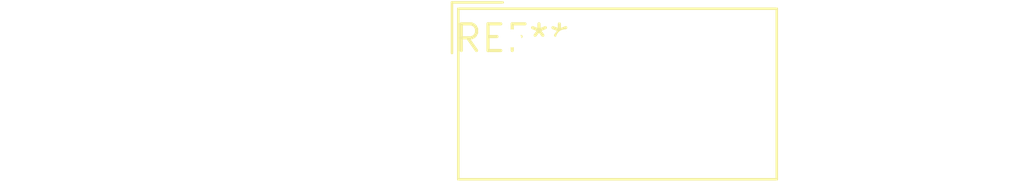
<source format=kicad_pcb>
(kicad_pcb (version 20240108) (generator pcbnew)
  (layers (0 "F.Cu" signal) (31 "B.Cu" signal) (34 "B.Paste" user) (35 "F.Paste" user) (36 "B.SilkS" user "B.Silkscreen") (37 "F.SilkS" user "F.Silkscreen") (38 "B.Mask" user) (39 "F.Mask" user) (44 "Edge.Cuts" user))
  (net 0 "")
  (footprint "Molex_SPOX_5268-05A_1x05_P2.50mm_Horizontal" (layer "F.Cu") (at 0 0)
    (property "Reference" "REF**")
    (property "Value" "Molex_SPOX_5268-05A_1x05_P2.50mm_Horizontal")
    (fp_line (start -2.86 -1.71) (end -0.45 -1.71) (layer "F.SilkS") (stroke (width 0.12)))
    (fp_line (start -2.86 0.7) (end -2.86 -1.71) (layer "F.SilkS") (stroke (width 0.12)))
    (fp_line (start -2.56 -1.41) (end -2.56 6.71) (layer "F.SilkS") (stroke (width 0.12)))
    (fp_line (start -2.56 6.71) (end 12.56 6.71) (layer "F.SilkS") (stroke (width 0.12)))
    (fp_line (start 12.56 -1.41) (end -2.56 -1.41) (layer "F.SilkS") (stroke (width 0.12)))
    (fp_line (start 12.56 6.71) (end 12.56 -1.41) (layer "F.SilkS") (stroke (width 0.12)))
    (pad "1" thru_hole roundrect (at 0 0) (size 1.7 1.85) (drill 0.85) (layers *.Cu *.Mask) (remove_unused_layers) (roundrect_rratio 0.147059))
    (pad "2" thru_hole oval (at 2.5 0) (size 1.7 1.85) (drill 0.85) (layers *.Cu *.Mask) (remove_unused_layers))
    (pad "3" thru_hole oval (at 5 0) (size 1.7 1.85) (drill 0.85) (layers *.Cu *.Mask) (remove_unused_layers))
    (pad "4" thru_hole oval (at 7.5 0) (size 1.7 1.85) (drill 0.85) (layers *.Cu *.Mask) (remove_unused_layers))
    (pad "5" thru_hole oval (at 10 0) (size 1.7 1.85) (drill 0.85) (layers *.Cu *.Mask) (remove_unused_layers))
  )
)
</source>
